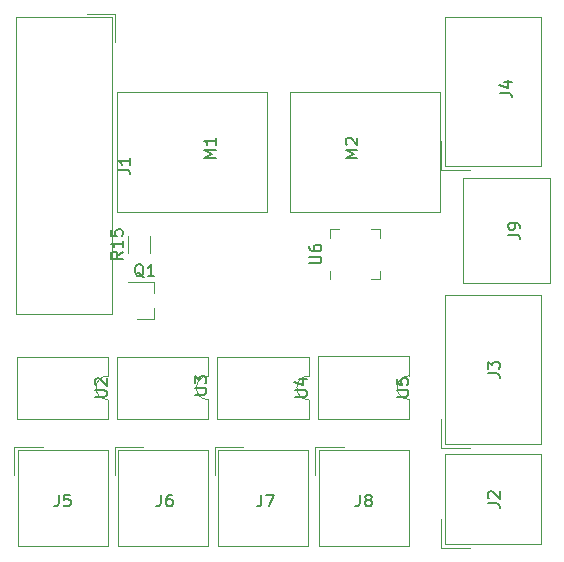
<source format=gbr>
%TF.GenerationSoftware,KiCad,Pcbnew,(5.1.9-0-10_14)*%
%TF.CreationDate,2021-04-21T10:30:55+01:00*%
%TF.ProjectId,Controller,436f6e74-726f-46c6-9c65-722e6b696361,rev?*%
%TF.SameCoordinates,Original*%
%TF.FileFunction,Legend,Top*%
%TF.FilePolarity,Positive*%
%FSLAX46Y46*%
G04 Gerber Fmt 4.6, Leading zero omitted, Abs format (unit mm)*
G04 Created by KiCad (PCBNEW (5.1.9-0-10_14)) date 2021-04-21 10:30:55*
%MOMM*%
%LPD*%
G01*
G04 APERTURE LIST*
%ADD10C,0.120000*%
%ADD11C,0.150000*%
G04 APERTURE END LIST*
D10*
%TO.C,U5*%
X83580000Y-128940000D02*
X83580000Y-127290000D01*
X75840000Y-128940000D02*
X83580000Y-128940000D01*
X75840000Y-123640000D02*
X75840000Y-128940000D01*
X83580000Y-123640000D02*
X75840000Y-123640000D01*
X83580000Y-125290000D02*
X83580000Y-123640000D01*
X83580000Y-127290000D02*
G75*
G02*
X83580000Y-125290000I0J1000000D01*
G01*
%TO.C,R15*%
X61610000Y-114877064D02*
X61610000Y-113422936D01*
X59790000Y-114877064D02*
X59790000Y-113422936D01*
%TO.C,Q1*%
X61960000Y-120480000D02*
X60500000Y-120480000D01*
X61960000Y-117320000D02*
X59800000Y-117320000D01*
X61960000Y-117320000D02*
X61960000Y-118250000D01*
X61960000Y-120480000D02*
X61960000Y-119550000D01*
%TO.C,U6*%
X76890000Y-113615000D02*
X76890000Y-112890000D01*
X76890000Y-112890000D02*
X77615000Y-112890000D01*
X81110000Y-116385000D02*
X81110000Y-117110000D01*
X81110000Y-117110000D02*
X80385000Y-117110000D01*
X81110000Y-113615000D02*
X81110000Y-112890000D01*
X81110000Y-112890000D02*
X80385000Y-112890000D01*
X76890000Y-116385000D02*
X76890000Y-117110000D01*
%TO.C,M2*%
X73480000Y-111390000D02*
X73480000Y-101230000D01*
X86180000Y-111390000D02*
X73480000Y-111390000D01*
X86180000Y-101230000D02*
X86180000Y-111390000D01*
X73480000Y-101230000D02*
X86180000Y-101230000D01*
%TO.C,M1*%
X71520000Y-101230000D02*
X71520000Y-111390000D01*
X58820000Y-101230000D02*
X71520000Y-101230000D01*
X58820000Y-111390000D02*
X58820000Y-101230000D01*
X71520000Y-111390000D02*
X58820000Y-111390000D01*
%TO.C,J9*%
X95490000Y-117470000D02*
X95490000Y-108530000D01*
X88140000Y-108530000D02*
X95490000Y-108530000D01*
X88140000Y-117470000D02*
X88140000Y-108530000D01*
X95490000Y-117470000D02*
X88140000Y-117470000D01*
%TO.C,U4*%
X75080000Y-128960000D02*
X75080000Y-127310000D01*
X67340000Y-128960000D02*
X75080000Y-128960000D01*
X67340000Y-123660000D02*
X67340000Y-128960000D01*
X75080000Y-123660000D02*
X67340000Y-123660000D01*
X75080000Y-125310000D02*
X75080000Y-123660000D01*
X75080000Y-127310000D02*
G75*
G02*
X75080000Y-125310000I0J1000000D01*
G01*
%TO.C,U3*%
X66580000Y-128960000D02*
X66580000Y-127310000D01*
X58840000Y-128960000D02*
X66580000Y-128960000D01*
X58840000Y-123660000D02*
X58840000Y-128960000D01*
X66580000Y-123660000D02*
X58840000Y-123660000D01*
X66580000Y-125310000D02*
X66580000Y-123660000D01*
X66580000Y-127310000D02*
G75*
G02*
X66580000Y-125310000I0J1000000D01*
G01*
%TO.C,U2*%
X58080000Y-128960000D02*
X58080000Y-127310000D01*
X50340000Y-128960000D02*
X58080000Y-128960000D01*
X50340000Y-123660000D02*
X50340000Y-128960000D01*
X58080000Y-123660000D02*
X50340000Y-123660000D01*
X58080000Y-125310000D02*
X58080000Y-123660000D01*
X58080000Y-127310000D02*
G75*
G02*
X58080000Y-125310000I0J1000000D01*
G01*
%TO.C,J2*%
X86590000Y-139560000D02*
X94710000Y-139560000D01*
X94710000Y-139560000D02*
X94710000Y-131940000D01*
X94710000Y-131940000D02*
X86590000Y-131940000D01*
X86590000Y-131940000D02*
X86590000Y-139560000D01*
X88700000Y-139860000D02*
X86290000Y-139860000D01*
X86290000Y-139860000D02*
X86290000Y-137450000D01*
%TO.C,J4*%
X86590000Y-107560000D02*
X94710000Y-107560000D01*
X94710000Y-107560000D02*
X94710000Y-94940000D01*
X94710000Y-94940000D02*
X86590000Y-94940000D01*
X86590000Y-94940000D02*
X86590000Y-107560000D01*
X88700000Y-107860000D02*
X86290000Y-107860000D01*
X86290000Y-107860000D02*
X86290000Y-105450000D01*
%TO.C,J3*%
X86590000Y-131060000D02*
X94710000Y-131060000D01*
X94710000Y-131060000D02*
X94710000Y-118440000D01*
X94710000Y-118440000D02*
X86590000Y-118440000D01*
X86590000Y-118440000D02*
X86590000Y-131060000D01*
X88700000Y-131360000D02*
X86290000Y-131360000D01*
X86290000Y-131360000D02*
X86290000Y-128950000D01*
%TO.C,J8*%
X75940000Y-131590000D02*
X75940000Y-139710000D01*
X75940000Y-139710000D02*
X83560000Y-139710000D01*
X83560000Y-139710000D02*
X83560000Y-131590000D01*
X83560000Y-131590000D02*
X75940000Y-131590000D01*
X75640000Y-133700000D02*
X75640000Y-131290000D01*
X75640000Y-131290000D02*
X78050000Y-131290000D01*
%TO.C,J7*%
X67440000Y-131590000D02*
X67440000Y-139710000D01*
X67440000Y-139710000D02*
X75060000Y-139710000D01*
X75060000Y-139710000D02*
X75060000Y-131590000D01*
X75060000Y-131590000D02*
X67440000Y-131590000D01*
X67140000Y-133700000D02*
X67140000Y-131290000D01*
X67140000Y-131290000D02*
X69550000Y-131290000D01*
%TO.C,J6*%
X58940000Y-131590000D02*
X58940000Y-139710000D01*
X58940000Y-139710000D02*
X66560000Y-139710000D01*
X66560000Y-139710000D02*
X66560000Y-131590000D01*
X66560000Y-131590000D02*
X58940000Y-131590000D01*
X58640000Y-133700000D02*
X58640000Y-131290000D01*
X58640000Y-131290000D02*
X61050000Y-131290000D01*
%TO.C,J5*%
X50440000Y-131590000D02*
X50440000Y-139710000D01*
X50440000Y-139710000D02*
X58060000Y-139710000D01*
X58060000Y-139710000D02*
X58060000Y-131590000D01*
X58060000Y-131590000D02*
X50440000Y-131590000D01*
X50140000Y-133700000D02*
X50140000Y-131290000D01*
X50140000Y-131290000D02*
X52550000Y-131290000D01*
%TO.C,J1*%
X58410000Y-94940000D02*
X50290000Y-94940000D01*
X50290000Y-94940000D02*
X50290000Y-120060000D01*
X50290000Y-120060000D02*
X58410000Y-120060000D01*
X58410000Y-120060000D02*
X58410000Y-94940000D01*
X56300000Y-94640000D02*
X58710000Y-94640000D01*
X58710000Y-94640000D02*
X58710000Y-97050000D01*
%TO.C,U5*%
D11*
X82522380Y-127051904D02*
X83331904Y-127051904D01*
X83427142Y-127004285D01*
X83474761Y-126956666D01*
X83522380Y-126861428D01*
X83522380Y-126670952D01*
X83474761Y-126575714D01*
X83427142Y-126528095D01*
X83331904Y-126480476D01*
X82522380Y-126480476D01*
X82522380Y-125528095D02*
X82522380Y-126004285D01*
X82998571Y-126051904D01*
X82950952Y-126004285D01*
X82903333Y-125909047D01*
X82903333Y-125670952D01*
X82950952Y-125575714D01*
X82998571Y-125528095D01*
X83093809Y-125480476D01*
X83331904Y-125480476D01*
X83427142Y-125528095D01*
X83474761Y-125575714D01*
X83522380Y-125670952D01*
X83522380Y-125909047D01*
X83474761Y-126004285D01*
X83427142Y-126051904D01*
%TO.C,R15*%
X59332380Y-114792857D02*
X58856190Y-115126190D01*
X59332380Y-115364285D02*
X58332380Y-115364285D01*
X58332380Y-114983333D01*
X58380000Y-114888095D01*
X58427619Y-114840476D01*
X58522857Y-114792857D01*
X58665714Y-114792857D01*
X58760952Y-114840476D01*
X58808571Y-114888095D01*
X58856190Y-114983333D01*
X58856190Y-115364285D01*
X59332380Y-113840476D02*
X59332380Y-114411904D01*
X59332380Y-114126190D02*
X58332380Y-114126190D01*
X58475238Y-114221428D01*
X58570476Y-114316666D01*
X58618095Y-114411904D01*
X58332380Y-112935714D02*
X58332380Y-113411904D01*
X58808571Y-113459523D01*
X58760952Y-113411904D01*
X58713333Y-113316666D01*
X58713333Y-113078571D01*
X58760952Y-112983333D01*
X58808571Y-112935714D01*
X58903809Y-112888095D01*
X59141904Y-112888095D01*
X59237142Y-112935714D01*
X59284761Y-112983333D01*
X59332380Y-113078571D01*
X59332380Y-113316666D01*
X59284761Y-113411904D01*
X59237142Y-113459523D01*
%TO.C,Q1*%
X61104761Y-116947619D02*
X61009523Y-116900000D01*
X60914285Y-116804761D01*
X60771428Y-116661904D01*
X60676190Y-116614285D01*
X60580952Y-116614285D01*
X60628571Y-116852380D02*
X60533333Y-116804761D01*
X60438095Y-116709523D01*
X60390476Y-116519047D01*
X60390476Y-116185714D01*
X60438095Y-115995238D01*
X60533333Y-115900000D01*
X60628571Y-115852380D01*
X60819047Y-115852380D01*
X60914285Y-115900000D01*
X61009523Y-115995238D01*
X61057142Y-116185714D01*
X61057142Y-116519047D01*
X61009523Y-116709523D01*
X60914285Y-116804761D01*
X60819047Y-116852380D01*
X60628571Y-116852380D01*
X62009523Y-116852380D02*
X61438095Y-116852380D01*
X61723809Y-116852380D02*
X61723809Y-115852380D01*
X61628571Y-115995238D01*
X61533333Y-116090476D01*
X61438095Y-116138095D01*
%TO.C,U6*%
X75132380Y-115761904D02*
X75941904Y-115761904D01*
X76037142Y-115714285D01*
X76084761Y-115666666D01*
X76132380Y-115571428D01*
X76132380Y-115380952D01*
X76084761Y-115285714D01*
X76037142Y-115238095D01*
X75941904Y-115190476D01*
X75132380Y-115190476D01*
X75132380Y-114285714D02*
X75132380Y-114476190D01*
X75180000Y-114571428D01*
X75227619Y-114619047D01*
X75370476Y-114714285D01*
X75560952Y-114761904D01*
X75941904Y-114761904D01*
X76037142Y-114714285D01*
X76084761Y-114666666D01*
X76132380Y-114571428D01*
X76132380Y-114380952D01*
X76084761Y-114285714D01*
X76037142Y-114238095D01*
X75941904Y-114190476D01*
X75703809Y-114190476D01*
X75608571Y-114238095D01*
X75560952Y-114285714D01*
X75513333Y-114380952D01*
X75513333Y-114571428D01*
X75560952Y-114666666D01*
X75608571Y-114714285D01*
X75703809Y-114761904D01*
%TO.C,M2*%
X79202380Y-106809523D02*
X78202380Y-106809523D01*
X78916666Y-106476190D01*
X78202380Y-106142857D01*
X79202380Y-106142857D01*
X78297619Y-105714285D02*
X78250000Y-105666666D01*
X78202380Y-105571428D01*
X78202380Y-105333333D01*
X78250000Y-105238095D01*
X78297619Y-105190476D01*
X78392857Y-105142857D01*
X78488095Y-105142857D01*
X78630952Y-105190476D01*
X79202380Y-105761904D01*
X79202380Y-105142857D01*
%TO.C,M1*%
X67202380Y-106809523D02*
X66202380Y-106809523D01*
X66916666Y-106476190D01*
X66202380Y-106142857D01*
X67202380Y-106142857D01*
X67202380Y-105142857D02*
X67202380Y-105714285D01*
X67202380Y-105428571D02*
X66202380Y-105428571D01*
X66345238Y-105523809D01*
X66440476Y-105619047D01*
X66488095Y-105714285D01*
%TO.C,J9*%
X91952380Y-113333333D02*
X92666666Y-113333333D01*
X92809523Y-113380952D01*
X92904761Y-113476190D01*
X92952380Y-113619047D01*
X92952380Y-113714285D01*
X92952380Y-112809523D02*
X92952380Y-112619047D01*
X92904761Y-112523809D01*
X92857142Y-112476190D01*
X92714285Y-112380952D01*
X92523809Y-112333333D01*
X92142857Y-112333333D01*
X92047619Y-112380952D01*
X92000000Y-112428571D01*
X91952380Y-112523809D01*
X91952380Y-112714285D01*
X92000000Y-112809523D01*
X92047619Y-112857142D01*
X92142857Y-112904761D01*
X92380952Y-112904761D01*
X92476190Y-112857142D01*
X92523809Y-112809523D01*
X92571428Y-112714285D01*
X92571428Y-112523809D01*
X92523809Y-112428571D01*
X92476190Y-112380952D01*
X92380952Y-112333333D01*
%TO.C,U4*%
X73922380Y-127071904D02*
X74731904Y-127071904D01*
X74827142Y-127024285D01*
X74874761Y-126976666D01*
X74922380Y-126881428D01*
X74922380Y-126690952D01*
X74874761Y-126595714D01*
X74827142Y-126548095D01*
X74731904Y-126500476D01*
X73922380Y-126500476D01*
X74255714Y-125595714D02*
X74922380Y-125595714D01*
X73874761Y-125833809D02*
X74589047Y-126071904D01*
X74589047Y-125452857D01*
%TO.C,U3*%
X65422380Y-126881904D02*
X66231904Y-126881904D01*
X66327142Y-126834285D01*
X66374761Y-126786666D01*
X66422380Y-126691428D01*
X66422380Y-126500952D01*
X66374761Y-126405714D01*
X66327142Y-126358095D01*
X66231904Y-126310476D01*
X65422380Y-126310476D01*
X65422380Y-125929523D02*
X65422380Y-125310476D01*
X65803333Y-125643809D01*
X65803333Y-125500952D01*
X65850952Y-125405714D01*
X65898571Y-125358095D01*
X65993809Y-125310476D01*
X66231904Y-125310476D01*
X66327142Y-125358095D01*
X66374761Y-125405714D01*
X66422380Y-125500952D01*
X66422380Y-125786666D01*
X66374761Y-125881904D01*
X66327142Y-125929523D01*
%TO.C,U2*%
X56962380Y-127071904D02*
X57771904Y-127071904D01*
X57867142Y-127024285D01*
X57914761Y-126976666D01*
X57962380Y-126881428D01*
X57962380Y-126690952D01*
X57914761Y-126595714D01*
X57867142Y-126548095D01*
X57771904Y-126500476D01*
X56962380Y-126500476D01*
X57057619Y-126071904D02*
X57010000Y-126024285D01*
X56962380Y-125929047D01*
X56962380Y-125690952D01*
X57010000Y-125595714D01*
X57057619Y-125548095D01*
X57152857Y-125500476D01*
X57248095Y-125500476D01*
X57390952Y-125548095D01*
X57962380Y-126119523D01*
X57962380Y-125500476D01*
%TO.C,J2*%
X90252380Y-136083333D02*
X90966666Y-136083333D01*
X91109523Y-136130952D01*
X91204761Y-136226190D01*
X91252380Y-136369047D01*
X91252380Y-136464285D01*
X90347619Y-135654761D02*
X90300000Y-135607142D01*
X90252380Y-135511904D01*
X90252380Y-135273809D01*
X90300000Y-135178571D01*
X90347619Y-135130952D01*
X90442857Y-135083333D01*
X90538095Y-135083333D01*
X90680952Y-135130952D01*
X91252380Y-135702380D01*
X91252380Y-135083333D01*
%TO.C,J4*%
X91252380Y-101333333D02*
X91966666Y-101333333D01*
X92109523Y-101380952D01*
X92204761Y-101476190D01*
X92252380Y-101619047D01*
X92252380Y-101714285D01*
X91585714Y-100428571D02*
X92252380Y-100428571D01*
X91204761Y-100666666D02*
X91919047Y-100904761D01*
X91919047Y-100285714D01*
%TO.C,J3*%
X90252380Y-125083333D02*
X90966666Y-125083333D01*
X91109523Y-125130952D01*
X91204761Y-125226190D01*
X91252380Y-125369047D01*
X91252380Y-125464285D01*
X90252380Y-124702380D02*
X90252380Y-124083333D01*
X90633333Y-124416666D01*
X90633333Y-124273809D01*
X90680952Y-124178571D01*
X90728571Y-124130952D01*
X90823809Y-124083333D01*
X91061904Y-124083333D01*
X91157142Y-124130952D01*
X91204761Y-124178571D01*
X91252380Y-124273809D01*
X91252380Y-124559523D01*
X91204761Y-124654761D01*
X91157142Y-124702380D01*
%TO.C,J8*%
X79416666Y-135352380D02*
X79416666Y-136066666D01*
X79369047Y-136209523D01*
X79273809Y-136304761D01*
X79130952Y-136352380D01*
X79035714Y-136352380D01*
X80035714Y-135780952D02*
X79940476Y-135733333D01*
X79892857Y-135685714D01*
X79845238Y-135590476D01*
X79845238Y-135542857D01*
X79892857Y-135447619D01*
X79940476Y-135400000D01*
X80035714Y-135352380D01*
X80226190Y-135352380D01*
X80321428Y-135400000D01*
X80369047Y-135447619D01*
X80416666Y-135542857D01*
X80416666Y-135590476D01*
X80369047Y-135685714D01*
X80321428Y-135733333D01*
X80226190Y-135780952D01*
X80035714Y-135780952D01*
X79940476Y-135828571D01*
X79892857Y-135876190D01*
X79845238Y-135971428D01*
X79845238Y-136161904D01*
X79892857Y-136257142D01*
X79940476Y-136304761D01*
X80035714Y-136352380D01*
X80226190Y-136352380D01*
X80321428Y-136304761D01*
X80369047Y-136257142D01*
X80416666Y-136161904D01*
X80416666Y-135971428D01*
X80369047Y-135876190D01*
X80321428Y-135828571D01*
X80226190Y-135780952D01*
%TO.C,J7*%
X71066666Y-135352380D02*
X71066666Y-136066666D01*
X71019047Y-136209523D01*
X70923809Y-136304761D01*
X70780952Y-136352380D01*
X70685714Y-136352380D01*
X71447619Y-135352380D02*
X72114285Y-135352380D01*
X71685714Y-136352380D01*
%TO.C,J6*%
X62566666Y-135352380D02*
X62566666Y-136066666D01*
X62519047Y-136209523D01*
X62423809Y-136304761D01*
X62280952Y-136352380D01*
X62185714Y-136352380D01*
X63471428Y-135352380D02*
X63280952Y-135352380D01*
X63185714Y-135400000D01*
X63138095Y-135447619D01*
X63042857Y-135590476D01*
X62995238Y-135780952D01*
X62995238Y-136161904D01*
X63042857Y-136257142D01*
X63090476Y-136304761D01*
X63185714Y-136352380D01*
X63376190Y-136352380D01*
X63471428Y-136304761D01*
X63519047Y-136257142D01*
X63566666Y-136161904D01*
X63566666Y-135923809D01*
X63519047Y-135828571D01*
X63471428Y-135780952D01*
X63376190Y-135733333D01*
X63185714Y-135733333D01*
X63090476Y-135780952D01*
X63042857Y-135828571D01*
X62995238Y-135923809D01*
%TO.C,J5*%
X53916666Y-135352380D02*
X53916666Y-136066666D01*
X53869047Y-136209523D01*
X53773809Y-136304761D01*
X53630952Y-136352380D01*
X53535714Y-136352380D01*
X54869047Y-135352380D02*
X54392857Y-135352380D01*
X54345238Y-135828571D01*
X54392857Y-135780952D01*
X54488095Y-135733333D01*
X54726190Y-135733333D01*
X54821428Y-135780952D01*
X54869047Y-135828571D01*
X54916666Y-135923809D01*
X54916666Y-136161904D01*
X54869047Y-136257142D01*
X54821428Y-136304761D01*
X54726190Y-136352380D01*
X54488095Y-136352380D01*
X54392857Y-136304761D01*
X54345238Y-136257142D01*
%TO.C,J1*%
X58952380Y-107833333D02*
X59666666Y-107833333D01*
X59809523Y-107880952D01*
X59904761Y-107976190D01*
X59952380Y-108119047D01*
X59952380Y-108214285D01*
X59952380Y-106833333D02*
X59952380Y-107404761D01*
X59952380Y-107119047D02*
X58952380Y-107119047D01*
X59095238Y-107214285D01*
X59190476Y-107309523D01*
X59238095Y-107404761D01*
%TD*%
M02*

</source>
